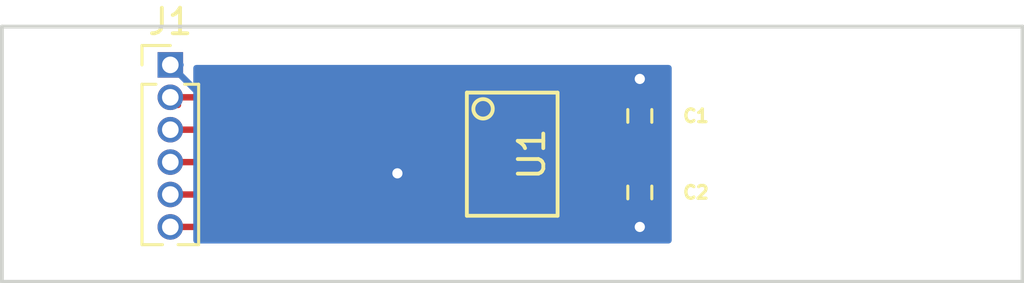
<source format=kicad_pcb>
(kicad_pcb (version 4) (host pcbnew 4.0.7-e2-6376~58~ubuntu16.04.1)

  (general
    (links 12)
    (no_connects 0)
    (area 99.924999 99.924999 140.075001 110.075001)
    (thickness 1.6)
    (drawings 6)
    (tracks 40)
    (zones 0)
    (modules 8)
    (nets 13)
  )

  (page A4)
  (layers
    (0 F.Cu signal)
    (31 B.Cu signal)
    (32 B.Adhes user)
    (33 F.Adhes user)
    (34 B.Paste user)
    (35 F.Paste user)
    (36 B.SilkS user)
    (37 F.SilkS user)
    (38 B.Mask user)
    (39 F.Mask user)
    (40 Dwgs.User user)
    (41 Cmts.User user)
    (42 Eco1.User user)
    (43 Eco2.User user)
    (44 Edge.Cuts user)
    (45 Margin user)
    (46 B.CrtYd user)
    (47 F.CrtYd user)
    (48 B.Fab user)
    (49 F.Fab user)
  )

  (setup
    (last_trace_width 0.25)
    (trace_clearance 0.2)
    (zone_clearance 0.25)
    (zone_45_only yes)
    (trace_min 0.2)
    (segment_width 0.2)
    (edge_width 0.15)
    (via_size 0.6)
    (via_drill 0.4)
    (via_min_size 0.4)
    (via_min_drill 0.3)
    (uvia_size 0.3)
    (uvia_drill 0.1)
    (uvias_allowed no)
    (uvia_min_size 0.2)
    (uvia_min_drill 0.1)
    (pcb_text_width 0.3)
    (pcb_text_size 1.5 1.5)
    (mod_edge_width 0.15)
    (mod_text_size 1 1)
    (mod_text_width 0.15)
    (pad_size 2.2 2.2)
    (pad_drill 2.2)
    (pad_to_mask_clearance 0.2)
    (aux_axis_origin 0 0)
    (grid_origin 100 100)
    (visible_elements 7FFFFF7F)
    (pcbplotparams
      (layerselection 0x00030_80000001)
      (usegerberextensions false)
      (excludeedgelayer true)
      (linewidth 0.050000)
      (plotframeref false)
      (viasonmask false)
      (mode 1)
      (useauxorigin false)
      (hpglpennumber 1)
      (hpglpenspeed 20)
      (hpglpendiameter 15)
      (hpglpenoverlay 2)
      (psnegative false)
      (psa4output false)
      (plotreference true)
      (plotvalue true)
      (plotinvisibletext false)
      (padsonsilk false)
      (subtractmaskfromsilk false)
      (outputformat 1)
      (mirror false)
      (drillshape 0)
      (scaleselection 1)
      (outputdirectory /home/peter/Projects/sm/Smartmouse_pcbs_2018/encoder_board/gerber))
  )

  (net 0 "")
  (net 1 GND)
  (net 2 "Net-(U1-Pad14)")
  (net 3 +3V3)
  (net 4 CS)
  (net 5 CLK)
  (net 6 MISO)
  (net 7 MOSI)
  (net 8 "Net-(U1-Pad6)")
  (net 9 "Net-(U1-Pad7)")
  (net 10 "Net-(U1-Pad8)")
  (net 11 "Net-(U1-Pad9)")
  (net 12 "Net-(U1-Pad10)")

  (net_class Default "This is the default net class."
    (clearance 0.2)
    (trace_width 0.25)
    (via_dia 0.6)
    (via_drill 0.4)
    (uvia_dia 0.3)
    (uvia_drill 0.1)
    (add_net +3V3)
    (add_net CLK)
    (add_net CS)
    (add_net GND)
    (add_net MISO)
    (add_net MOSI)
    (add_net "Net-(U1-Pad10)")
    (add_net "Net-(U1-Pad14)")
    (add_net "Net-(U1-Pad6)")
    (add_net "Net-(U1-Pad7)")
    (add_net "Net-(U1-Pad8)")
    (add_net "Net-(U1-Pad9)")
  )

  (module Mounting_Holes:MountingHole_2.2mm_M2 (layer F.Cu) (tedit 5AACA2CA) (tstamp 5AACA324)
    (at 103 102.5)
    (descr "Mounting Hole 2.2mm, no annular, M2")
    (tags "mounting hole 2.2mm no annular m2")
    (attr virtual)
    (fp_text reference REF** (at 0 -3.2) (layer F.SilkS) hide
      (effects (font (size 1 1) (thickness 0.15)))
    )
    (fp_text value MountingHole_2.2mm_M2 (at -0.5 4) (layer F.Fab) hide
      (effects (font (size 1 1) (thickness 0.15)))
    )
    (fp_text user %R (at 0.3 0) (layer F.Fab)
      (effects (font (size 1 1) (thickness 0.15)))
    )
    (fp_circle (center 0 0) (end 2.2 0) (layer Cmts.User) (width 0.15))
    (fp_circle (center 0 0) (end 2.45 0) (layer F.CrtYd) (width 0.05))
    (pad 1 np_thru_hole circle (at 0 0) (size 2.2 2.2) (drill 2.2) (layers *.Cu *.Mask))
  )

  (module Mounting_Holes:MountingHole_2.2mm_M2 (layer F.Cu) (tedit 5AACA2CA) (tstamp 5AACA2F6)
    (at 103 107.5)
    (descr "Mounting Hole 2.2mm, no annular, M2")
    (tags "mounting hole 2.2mm no annular m2")
    (attr virtual)
    (fp_text reference REF** (at 0 -3.2) (layer F.SilkS) hide
      (effects (font (size 1 1) (thickness 0.15)))
    )
    (fp_text value MountingHole_2.2mm_M2 (at -0.5 4) (layer F.Fab) hide
      (effects (font (size 1 1) (thickness 0.15)))
    )
    (fp_text user %R (at 0.3 0) (layer F.Fab)
      (effects (font (size 1 1) (thickness 0.15)))
    )
    (fp_circle (center 0 0) (end 2.2 0) (layer Cmts.User) (width 0.15))
    (fp_circle (center 0 0) (end 2.45 0) (layer F.CrtYd) (width 0.05))
    (pad 1 np_thru_hole circle (at 0 0) (size 2.2 2.2) (drill 2.2) (layers *.Cu *.Mask))
  )

  (module Mounting_Holes:MountingHole_2.2mm_M2 (layer F.Cu) (tedit 5AACA2CA) (tstamp 5AACA2DE)
    (at 137 107.5)
    (descr "Mounting Hole 2.2mm, no annular, M2")
    (tags "mounting hole 2.2mm no annular m2")
    (attr virtual)
    (fp_text reference REF** (at 0 -3.2) (layer F.SilkS) hide
      (effects (font (size 1 1) (thickness 0.15)))
    )
    (fp_text value MountingHole_2.2mm_M2 (at -0.5 4) (layer F.Fab) hide
      (effects (font (size 1 1) (thickness 0.15)))
    )
    (fp_text user %R (at 0.3 0) (layer F.Fab)
      (effects (font (size 1 1) (thickness 0.15)))
    )
    (fp_circle (center 0 0) (end 2.2 0) (layer Cmts.User) (width 0.15))
    (fp_circle (center 0 0) (end 2.45 0) (layer F.CrtYd) (width 0.05))
    (pad 1 np_thru_hole circle (at 0 0) (size 2.2 2.2) (drill 2.2) (layers *.Cu *.Mask))
  )

  (module SMD_Packages:SSOP-14 (layer F.Cu) (tedit 0) (tstamp 5AAA116C)
    (at 120 105 270)
    (path /5AAA0ADE)
    (attr smd)
    (fp_text reference U1 (at 0 -0.762 270) (layer F.SilkS)
      (effects (font (size 1 1) (thickness 0.15)))
    )
    (fp_text value AS5048A (at 0 0.508 270) (layer F.Fab)
      (effects (font (size 1 1) (thickness 0.15)))
    )
    (fp_line (start -2.413 -1.778) (end 2.413 -1.778) (layer F.SilkS) (width 0.15))
    (fp_line (start 2.413 -1.778) (end 2.413 1.778) (layer F.SilkS) (width 0.15))
    (fp_line (start 2.413 1.778) (end -2.413 1.778) (layer F.SilkS) (width 0.15))
    (fp_line (start -2.413 1.778) (end -2.413 -1.778) (layer F.SilkS) (width 0.15))
    (fp_circle (center -1.778 1.143) (end -2.159 1.143) (layer F.SilkS) (width 0.15))
    (pad 1 smd rect (at -1.9304 2.794 270) (size 0.4318 1.397) (layers F.Cu F.Paste F.Mask)
      (net 4 CS))
    (pad 2 smd rect (at -1.2954 2.794 270) (size 0.4318 1.397) (layers F.Cu F.Paste F.Mask)
      (net 5 CLK))
    (pad 3 smd rect (at -0.635 2.794 270) (size 0.4318 1.397) (layers F.Cu F.Paste F.Mask)
      (net 6 MISO))
    (pad 4 smd rect (at 0 2.794 270) (size 0.4318 1.397) (layers F.Cu F.Paste F.Mask)
      (net 7 MOSI))
    (pad 5 smd rect (at 0.6604 2.794 270) (size 0.4318 1.397) (layers F.Cu F.Paste F.Mask)
      (net 1 GND))
    (pad 6 smd rect (at 1.3081 2.794 270) (size 0.4318 1.397) (layers F.Cu F.Paste F.Mask)
      (net 8 "Net-(U1-Pad6)"))
    (pad 7 smd rect (at 1.9558 2.794 270) (size 0.4318 1.397) (layers F.Cu F.Paste F.Mask)
      (net 9 "Net-(U1-Pad7)"))
    (pad 8 smd rect (at 1.9558 -2.794 270) (size 0.4318 1.397) (layers F.Cu F.Paste F.Mask)
      (net 10 "Net-(U1-Pad8)"))
    (pad 9 smd rect (at 1.3081 -2.794 270) (size 0.4318 1.397) (layers F.Cu F.Paste F.Mask)
      (net 11 "Net-(U1-Pad9)"))
    (pad 10 smd rect (at 0.6604 -2.794 270) (size 0.4318 1.397) (layers F.Cu F.Paste F.Mask)
      (net 12 "Net-(U1-Pad10)"))
    (pad 11 smd rect (at 0 -2.794 270) (size 0.4318 1.397) (layers F.Cu F.Paste F.Mask)
      (net 3 +3V3))
    (pad 12 smd rect (at -0.6477 -2.794 270) (size 0.4318 1.397) (layers F.Cu F.Paste F.Mask)
      (net 3 +3V3))
    (pad 13 smd rect (at -1.2954 -2.794 270) (size 0.4318 1.397) (layers F.Cu F.Paste F.Mask)
      (net 1 GND))
    (pad 14 smd rect (at -1.9431 -2.794 270) (size 0.4318 1.397) (layers F.Cu F.Paste F.Mask)
      (net 2 "Net-(U1-Pad14)"))
    (model SMD_Packages.3dshapes/TSSOP-14.wrl
      (at (xyz 0 0 0))
      (scale (xyz 1 1 1))
      (rotate (xyz 0 0 0))
    )
  )

  (module Pin_Headers:Pin_Header_Straight_1x06_Pitch1.27mm (layer F.Cu) (tedit 5AACA7AE) (tstamp 5AAA11B2)
    (at 106.6 101.5)
    (descr "Through hole straight pin header, 1x06, 1.27mm pitch, single row")
    (tags "Through hole pin header THT 1x06 1.27mm single row")
    (path /5AAA0E35)
    (fp_text reference J1 (at 0 -1.695) (layer F.SilkS)
      (effects (font (size 1 1) (thickness 0.15)))
    )
    (fp_text value Conn_01x06 (at 0 8.045) (layer F.Fab) hide
      (effects (font (size 1 1) (thickness 0.15)))
    )
    (fp_line (start -0.525 -0.635) (end 1.05 -0.635) (layer F.Fab) (width 0.1))
    (fp_line (start 1.05 -0.635) (end 1.05 6.985) (layer F.Fab) (width 0.1))
    (fp_line (start 1.05 6.985) (end -1.05 6.985) (layer F.Fab) (width 0.1))
    (fp_line (start -1.05 6.985) (end -1.05 -0.11) (layer F.Fab) (width 0.1))
    (fp_line (start -1.05 -0.11) (end -0.525 -0.635) (layer F.Fab) (width 0.1))
    (fp_line (start -1.11 7.045) (end -0.30753 7.045) (layer F.SilkS) (width 0.12))
    (fp_line (start 0.30753 7.045) (end 1.11 7.045) (layer F.SilkS) (width 0.12))
    (fp_line (start -1.11 0.76) (end -1.11 7.045) (layer F.SilkS) (width 0.12))
    (fp_line (start 1.11 0.76) (end 1.11 7.045) (layer F.SilkS) (width 0.12))
    (fp_line (start -1.11 0.76) (end -0.563471 0.76) (layer F.SilkS) (width 0.12))
    (fp_line (start 0.563471 0.76) (end 1.11 0.76) (layer F.SilkS) (width 0.12))
    (fp_line (start -1.11 0) (end -1.11 -0.76) (layer F.SilkS) (width 0.12))
    (fp_line (start -1.11 -0.76) (end 0 -0.76) (layer F.SilkS) (width 0.12))
    (fp_line (start -1.55 -1.15) (end -1.55 7.5) (layer F.CrtYd) (width 0.05))
    (fp_line (start -1.55 7.5) (end 1.55 7.5) (layer F.CrtYd) (width 0.05))
    (fp_line (start 1.55 7.5) (end 1.55 -1.15) (layer F.CrtYd) (width 0.05))
    (fp_line (start 1.55 -1.15) (end -1.55 -1.15) (layer F.CrtYd) (width 0.05))
    (fp_text user %R (at 0 3.175 90) (layer F.Fab)
      (effects (font (size 1 1) (thickness 0.15)))
    )
    (pad 1 thru_hole rect (at 0 0) (size 1 1) (drill 0.65) (layers *.Cu *.Mask)
      (net 1 GND))
    (pad 2 thru_hole oval (at 0 1.27) (size 1 1) (drill 0.65) (layers *.Cu *.Mask)
      (net 3 +3V3))
    (pad 3 thru_hole oval (at 0 2.54) (size 1 1) (drill 0.65) (layers *.Cu *.Mask)
      (net 4 CS))
    (pad 4 thru_hole oval (at 0 3.81) (size 1 1) (drill 0.65) (layers *.Cu *.Mask)
      (net 5 CLK))
    (pad 5 thru_hole oval (at 0 5.08) (size 1 1) (drill 0.65) (layers *.Cu *.Mask)
      (net 6 MISO))
    (pad 6 thru_hole oval (at 0 6.35) (size 1 1) (drill 0.65) (layers *.Cu *.Mask)
      (net 7 MOSI))
    (model Pin_Headers.3dshapes/Pin_Header_Straight_1x06_Pitch1.27mm.wrl
      (at (xyz 0 0 0))
      (scale (xyz 1 1 1))
      (rotate (xyz 0 0 0))
    )
  )

  (module Capacitors_SMD:C_0402 (layer F.Cu) (tedit 5AACA55B) (tstamp 5AAC608A)
    (at 125 103.5 90)
    (descr "Capacitor SMD 0402, reflow soldering, AVX (see smccp.pdf)")
    (tags "capacitor 0402")
    (path /5AAA0C76)
    (attr smd)
    (fp_text reference C1 (at 0 2.2 180) (layer F.SilkS)
      (effects (font (size 0.5 0.5) (thickness 0.125)))
    )
    (fp_text value 10uF (at 0 1.27 90) (layer F.Fab)
      (effects (font (size 0.5 0.5) (thickness 0.125)))
    )
    (fp_text user %R (at -0.1 2.6 180) (layer F.Fab) hide
      (effects (font (size 1 1) (thickness 0.15)))
    )
    (fp_line (start -0.5 0.25) (end -0.5 -0.25) (layer F.Fab) (width 0.1))
    (fp_line (start 0.5 0.25) (end -0.5 0.25) (layer F.Fab) (width 0.1))
    (fp_line (start 0.5 -0.25) (end 0.5 0.25) (layer F.Fab) (width 0.1))
    (fp_line (start -0.5 -0.25) (end 0.5 -0.25) (layer F.Fab) (width 0.1))
    (fp_line (start 0.25 -0.47) (end -0.25 -0.47) (layer F.SilkS) (width 0.12))
    (fp_line (start -0.25 0.47) (end 0.25 0.47) (layer F.SilkS) (width 0.12))
    (fp_line (start -1 -0.4) (end 1 -0.4) (layer F.CrtYd) (width 0.05))
    (fp_line (start -1 -0.4) (end -1 0.4) (layer F.CrtYd) (width 0.05))
    (fp_line (start 1 0.4) (end 1 -0.4) (layer F.CrtYd) (width 0.05))
    (fp_line (start 1 0.4) (end -1 0.4) (layer F.CrtYd) (width 0.05))
    (pad 1 smd rect (at -0.55 0 90) (size 0.6 0.5) (layers F.Cu F.Paste F.Mask)
      (net 3 +3V3))
    (pad 2 smd rect (at 0.55 0 90) (size 0.6 0.5) (layers F.Cu F.Paste F.Mask)
      (net 1 GND))
    (model Capacitors_SMD.3dshapes/C_0402.wrl
      (at (xyz 0 0 0))
      (scale (xyz 1 1 1))
      (rotate (xyz 0 0 0))
    )
  )

  (module Capacitors_SMD:C_0402 (layer F.Cu) (tedit 5AACA556) (tstamp 5AAC608F)
    (at 125 106.5 90)
    (descr "Capacitor SMD 0402, reflow soldering, AVX (see smccp.pdf)")
    (tags "capacitor 0402")
    (path /5AAA1099)
    (attr smd)
    (fp_text reference C2 (at 0 2.2 180) (layer F.SilkS)
      (effects (font (size 0.5 0.5) (thickness 0.125)))
    )
    (fp_text value 100nF (at 0 1.27 90) (layer F.Fab)
      (effects (font (size 0.5 0.5) (thickness 0.125)))
    )
    (fp_text user %R (at 0 -1.27 90) (layer F.Fab) hide
      (effects (font (size 1 1) (thickness 0.15)))
    )
    (fp_line (start -0.5 0.25) (end -0.5 -0.25) (layer F.Fab) (width 0.1))
    (fp_line (start 0.5 0.25) (end -0.5 0.25) (layer F.Fab) (width 0.1))
    (fp_line (start 0.5 -0.25) (end 0.5 0.25) (layer F.Fab) (width 0.1))
    (fp_line (start -0.5 -0.25) (end 0.5 -0.25) (layer F.Fab) (width 0.1))
    (fp_line (start 0.25 -0.47) (end -0.25 -0.47) (layer F.SilkS) (width 0.12))
    (fp_line (start -0.25 0.47) (end 0.25 0.47) (layer F.SilkS) (width 0.12))
    (fp_line (start -1 -0.4) (end 1 -0.4) (layer F.CrtYd) (width 0.05))
    (fp_line (start -1 -0.4) (end -1 0.4) (layer F.CrtYd) (width 0.05))
    (fp_line (start 1 0.4) (end 1 -0.4) (layer F.CrtYd) (width 0.05))
    (fp_line (start 1 0.4) (end -1 0.4) (layer F.CrtYd) (width 0.05))
    (pad 1 smd rect (at -0.55 0 90) (size 0.6 0.5) (layers F.Cu F.Paste F.Mask)
      (net 1 GND))
    (pad 2 smd rect (at 0.55 0 90) (size 0.6 0.5) (layers F.Cu F.Paste F.Mask)
      (net 3 +3V3))
    (model Capacitors_SMD.3dshapes/C_0402.wrl
      (at (xyz 0 0 0))
      (scale (xyz 1 1 1))
      (rotate (xyz 0 0 0))
    )
  )

  (module Mounting_Holes:MountingHole_2.2mm_M2 (layer F.Cu) (tedit 5AACA2CA) (tstamp 5AACA2AA)
    (at 137 102.5)
    (descr "Mounting Hole 2.2mm, no annular, M2")
    (tags "mounting hole 2.2mm no annular m2")
    (attr virtual)
    (fp_text reference REF** (at 0 -3.2) (layer F.SilkS) hide
      (effects (font (size 1 1) (thickness 0.15)))
    )
    (fp_text value MountingHole_2.2mm_M2 (at -0.5 4) (layer F.Fab) hide
      (effects (font (size 1 1) (thickness 0.15)))
    )
    (fp_text user %R (at 0.3 0) (layer F.Fab)
      (effects (font (size 1 1) (thickness 0.15)))
    )
    (fp_circle (center 0 0) (end 2.2 0) (layer Cmts.User) (width 0.15))
    (fp_circle (center 0 0) (end 2.45 0) (layer F.CrtYd) (width 0.05))
    (pad 1 np_thru_hole circle (at 0 0) (size 2.2 2.2) (drill 2.2) (layers *.Cu *.Mask))
  )

  (gr_line (start 100.5 105) (end 139.5 105) (angle 90) (layer Cmts.User) (width 0.2))
  (gr_line (start 120 100.5) (end 120 109.5) (angle 90) (layer Cmts.User) (width 0.2))
  (gr_line (start 100 110) (end 100 100) (angle 90) (layer Edge.Cuts) (width 0.15))
  (gr_line (start 140 110) (end 100 110) (angle 90) (layer Edge.Cuts) (width 0.15))
  (gr_line (start 140 100) (end 140 110) (angle 90) (layer Edge.Cuts) (width 0.15))
  (gr_line (start 100 100) (end 140 100) (angle 90) (layer Edge.Cuts) (width 0.15))

  (segment (start 117.206 105.6604) (end 115.5896 105.6604) (width 0.25) (layer F.Cu) (net 1))
  (segment (start 107.75 102.65) (end 106.6 101.5) (width 0.25) (layer B.Cu) (net 1) (tstamp 5AAD6A81))
  (segment (start 107.75 104.5) (end 107.75 102.65) (width 0.25) (layer B.Cu) (net 1) (tstamp 5AAD6A7E))
  (segment (start 109 105.75) (end 107.75 104.5) (width 0.25) (layer B.Cu) (net 1) (tstamp 5AAD6A7D))
  (segment (start 115.5 105.75) (end 109 105.75) (width 0.25) (layer B.Cu) (net 1) (tstamp 5AAD6A7C))
  (via (at 115.5 105.75) (size 0.6) (drill 0.4) (layers F.Cu B.Cu) (net 1))
  (segment (start 115.5896 105.6604) (end 115.5 105.75) (width 0.25) (layer F.Cu) (net 1) (tstamp 5AAD6A79))
  (segment (start 106.6 101.5) (end 107 101.5) (width 0.25) (layer B.Cu) (net 1))
  (segment (start 125 107.05) (end 125 107.85) (width 0.25) (layer F.Cu) (net 1))
  (via (at 125 107.85) (size 0.6) (drill 0.4) (layers F.Cu B.Cu) (net 1))
  (segment (start 124.9058 106.9558) (end 125 107.05) (width 0.25) (layer F.Cu) (net 1) (tstamp 5AAD67D2))
  (segment (start 125 102.95) (end 125 102.05) (width 0.25) (layer F.Cu) (net 1))
  (via (at 125 102.05) (size 0.6) (drill 0.4) (layers F.Cu B.Cu) (net 1))
  (segment (start 122.794 103.7046) (end 123.5954 103.7046) (width 0.25) (layer F.Cu) (net 1))
  (segment (start 124.35 102.95) (end 125 102.95) (width 0.25) (layer F.Cu) (net 1) (tstamp 5AAD67C2))
  (segment (start 123.5954 103.7046) (end 124.35 102.95) (width 0.25) (layer F.Cu) (net 1) (tstamp 5AAD67BC))
  (segment (start 121.3523 104.3523) (end 122.794 104.3523) (width 0.25) (layer F.Cu) (net 3) (tstamp 5AAD8A15))
  (segment (start 119.25 102.25) (end 121.3523 104.3523) (width 0.25) (layer F.Cu) (net 3) (tstamp 5AAD8A13))
  (segment (start 109.5 102.25) (end 119.25 102.25) (width 0.25) (layer F.Cu) (net 3) (tstamp 5AAD8A08))
  (segment (start 108.98 102.77) (end 109.5 102.25) (width 0.25) (layer F.Cu) (net 3) (tstamp 5AAD8A07))
  (segment (start 106.6 102.77) (end 108.98 102.77) (width 0.25) (layer F.Cu) (net 3))
  (segment (start 122.794 104.3523) (end 124.6977 104.3523) (width 0.25) (layer F.Cu) (net 3))
  (segment (start 124.6977 104.3523) (end 125 104.05) (width 0.25) (layer F.Cu) (net 3) (tstamp 5AAD6AEA))
  (segment (start 125 105.95) (end 125 105) (width 0.25) (layer F.Cu) (net 3))
  (segment (start 125 105) (end 122.794 105) (width 0.25) (layer F.Cu) (net 3) (tstamp 5AACA4CE))
  (segment (start 125 105.95) (end 125 104.05) (width 0.25) (layer F.Cu) (net 3))
  (segment (start 106.8996 103.0696) (end 106.6 102.77) (width 0.25) (layer F.Cu) (net 3) (tstamp 5AAA13D1) (status 30))
  (segment (start 106.6 104.04) (end 109.21 104.04) (width 0.25) (layer F.Cu) (net 4))
  (segment (start 110.25 103) (end 117.1364 103) (width 0.25) (layer F.Cu) (net 4) (tstamp 5AAD8A03))
  (segment (start 109.21 104.04) (end 110.25 103) (width 0.25) (layer F.Cu) (net 4) (tstamp 5AAD8A02))
  (segment (start 117.1364 103) (end 117.206 103.0696) (width 0.25) (layer F.Cu) (net 4) (tstamp 5AAD8A04))
  (segment (start 106.6 105.31) (end 109.44 105.31) (width 0.25) (layer F.Cu) (net 5))
  (segment (start 111.0454 103.7046) (end 117.206 103.7046) (width 0.25) (layer F.Cu) (net 5) (tstamp 5AAD89FE))
  (segment (start 109.44 105.31) (end 111.0454 103.7046) (width 0.25) (layer F.Cu) (net 5) (tstamp 5AAD89FD))
  (segment (start 106.6 106.58) (end 109.67 106.58) (width 0.25) (layer F.Cu) (net 6))
  (segment (start 111.885 104.365) (end 117.206 104.365) (width 0.25) (layer F.Cu) (net 6) (tstamp 5AAD89F9))
  (segment (start 109.67 106.58) (end 111.885 104.365) (width 0.25) (layer F.Cu) (net 6) (tstamp 5AAD89F7))
  (segment (start 106.6 107.85) (end 109.9 107.85) (width 0.25) (layer F.Cu) (net 7))
  (segment (start 112.75 105) (end 117.206 105) (width 0.25) (layer F.Cu) (net 7) (tstamp 5AAD89F3))
  (segment (start 109.9 107.85) (end 112.75 105) (width 0.25) (layer F.Cu) (net 7) (tstamp 5AAD89F0))

  (zone (net 1) (net_name GND) (layer B.Cu) (tstamp 5AAD6A8A) (hatch edge 0.508)
    (connect_pads (clearance 0.25))
    (min_thickness 0.25)
    (fill yes (arc_segments 16) (thermal_gap 0.2) (thermal_bridge_width 0.3))
    (polygon
      (pts
        (xy 126.25 108.5) (xy 107.5 108.5) (xy 107.5 101.5) (xy 126.25 101.5)
      )
    )
    (filled_polygon
      (pts
        (xy 126.125 108.375) (xy 107.625 108.375) (xy 107.625 101.625) (xy 126.125 101.625)
      )
    )
  )
)

</source>
